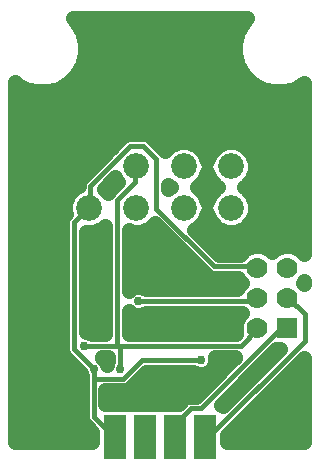
<source format=gbl>
G75*
%MOIN*%
%OFA0B0*%
%FSLAX25Y25*%
%IPPOS*%
%LPD*%
%AMOC8*
5,1,8,0,0,1.08239X$1,22.5*
%
%ADD10R,0.07600X0.15000*%
%ADD11C,0.08600*%
%ADD12R,0.07000X0.07000*%
%ADD13C,0.07000*%
%ADD14C,0.01600*%
%ADD15C,0.02978*%
%ADD16C,0.05000*%
D10*
X0043500Y0012000D03*
X0053500Y0012000D03*
X0063500Y0012000D03*
X0073500Y0012000D03*
D11*
X0066496Y0088500D03*
X0066496Y0102280D03*
X0050748Y0102280D03*
X0050748Y0088500D03*
X0035000Y0088500D03*
X0082244Y0088500D03*
X0082244Y0102280D03*
D12*
X0101000Y0048500D03*
D13*
X0101000Y0058500D03*
X0101000Y0068500D03*
X0091000Y0068500D03*
X0091000Y0058500D03*
X0091000Y0048500D03*
D14*
X0090950Y0048050D01*
X0085450Y0042550D01*
X0045300Y0042550D01*
X0045300Y0034850D01*
X0046400Y0031550D02*
X0036500Y0031550D01*
X0036500Y0034850D01*
X0029900Y0041450D01*
X0029900Y0083800D01*
X0034300Y0088200D01*
X0035000Y0088500D01*
X0035400Y0088750D01*
X0035400Y0095900D01*
X0048600Y0109100D01*
X0053000Y0109100D01*
X0057400Y0104700D01*
X0057400Y0088200D01*
X0076650Y0068950D01*
X0090950Y0068950D01*
X0091000Y0068500D01*
X0090950Y0058500D02*
X0091000Y0058500D01*
X0090950Y0058500D02*
X0089850Y0057400D01*
X0051350Y0057400D01*
X0045300Y0042550D02*
X0044200Y0042550D01*
X0044200Y0090950D01*
X0050250Y0097000D01*
X0050250Y0101950D01*
X0050748Y0102280D01*
X0044200Y0042550D02*
X0033200Y0042550D01*
X0036500Y0031550D02*
X0036500Y0018900D01*
X0043100Y0012300D01*
X0043500Y0012000D01*
X0046400Y0031550D02*
X0052450Y0037600D01*
X0072250Y0037600D01*
X0072250Y0021650D02*
X0068950Y0021650D01*
X0064000Y0016700D01*
X0064000Y0012300D01*
X0063500Y0012000D01*
X0072250Y0021650D02*
X0098650Y0048050D01*
X0100850Y0048050D01*
X0101000Y0048500D01*
X0106900Y0044200D02*
X0106900Y0053000D01*
X0101400Y0058500D01*
X0101000Y0058500D01*
X0106900Y0044200D02*
X0075000Y0012300D01*
X0073900Y0012300D01*
X0073500Y0012000D01*
D15*
X0072250Y0037600D03*
X0051350Y0057400D03*
X0045300Y0034850D03*
X0036500Y0034850D03*
X0033200Y0042550D03*
D16*
X0010300Y0010300D02*
X0010300Y0130274D01*
X0010426Y0130148D01*
X0013704Y0128255D01*
X0017360Y0127276D01*
X0021144Y0127276D01*
X0024800Y0128255D01*
X0028078Y0130148D01*
X0030754Y0132824D01*
X0032646Y0136101D01*
X0033626Y0139757D01*
X0033626Y0143542D01*
X0032646Y0147198D01*
X0030754Y0150475D01*
X0029529Y0151700D01*
X0087715Y0151700D01*
X0086490Y0150475D01*
X0084598Y0147198D01*
X0083618Y0143542D01*
X0083618Y0139757D01*
X0084598Y0136101D01*
X0086490Y0132824D01*
X0089166Y0130148D01*
X0092444Y0128255D01*
X0096100Y0127276D01*
X0099884Y0127276D01*
X0103540Y0128255D01*
X0106700Y0130079D01*
X0106700Y0072982D01*
X0105078Y0074604D01*
X0102432Y0075700D01*
X0099568Y0075700D01*
X0096922Y0074604D01*
X0096000Y0073682D01*
X0095078Y0074604D01*
X0092432Y0075700D01*
X0089568Y0075700D01*
X0086922Y0074604D01*
X0085168Y0072850D01*
X0078265Y0072850D01*
X0069875Y0081240D01*
X0071028Y0081718D01*
X0073278Y0083968D01*
X0074370Y0086605D01*
X0075462Y0083968D01*
X0077712Y0081718D01*
X0080653Y0080500D01*
X0083835Y0080500D01*
X0086776Y0081718D01*
X0089026Y0083968D01*
X0090244Y0086909D01*
X0090244Y0090091D01*
X0089026Y0093032D01*
X0086776Y0095282D01*
X0086516Y0095390D01*
X0086776Y0095497D01*
X0089026Y0097748D01*
X0090244Y0100688D01*
X0090244Y0103871D01*
X0089026Y0106811D01*
X0086776Y0109062D01*
X0083835Y0110280D01*
X0080653Y0110280D01*
X0077712Y0109062D01*
X0075462Y0106811D01*
X0074370Y0104175D01*
X0073278Y0106811D01*
X0071028Y0109062D01*
X0068087Y0110280D01*
X0064905Y0110280D01*
X0061964Y0109062D01*
X0060259Y0107356D01*
X0056306Y0111309D01*
X0055209Y0112406D01*
X0053776Y0113000D01*
X0047824Y0113000D01*
X0046391Y0112406D01*
X0033191Y0099206D01*
X0032094Y0098109D01*
X0031500Y0096676D01*
X0031500Y0095709D01*
X0030468Y0095282D01*
X0028218Y0093032D01*
X0027000Y0090091D01*
X0027000Y0086909D01*
X0027144Y0086560D01*
X0026594Y0086009D01*
X0026000Y0084576D01*
X0026000Y0040674D01*
X0026594Y0039241D01*
X0027691Y0038144D01*
X0031921Y0033914D01*
X0032600Y0032274D01*
X0032600Y0030774D01*
X0032600Y0018124D01*
X0033194Y0016691D01*
X0034291Y0015594D01*
X0036000Y0013885D01*
X0036000Y0010300D01*
X0010300Y0010300D01*
X0010300Y0013497D02*
X0036000Y0013497D01*
X0034291Y0015594D02*
X0034291Y0015594D01*
X0032600Y0018496D02*
X0010300Y0018496D01*
X0010300Y0023494D02*
X0032600Y0023494D01*
X0032600Y0028493D02*
X0010300Y0028493D01*
X0010300Y0033491D02*
X0032096Y0033491D01*
X0027345Y0038490D02*
X0010300Y0038490D01*
X0010300Y0043488D02*
X0026000Y0043488D01*
X0026000Y0048487D02*
X0010300Y0048487D01*
X0010300Y0053485D02*
X0026000Y0053485D01*
X0026000Y0058484D02*
X0010300Y0058484D01*
X0010300Y0063482D02*
X0026000Y0063482D01*
X0026000Y0068481D02*
X0010300Y0068481D01*
X0010300Y0073479D02*
X0026000Y0073479D01*
X0026000Y0078478D02*
X0010300Y0078478D01*
X0010300Y0083476D02*
X0026000Y0083476D01*
X0027000Y0088475D02*
X0010300Y0088475D01*
X0010300Y0093473D02*
X0028659Y0093473D01*
X0032456Y0098472D02*
X0010300Y0098472D01*
X0010300Y0103470D02*
X0037455Y0103470D01*
X0042453Y0108469D02*
X0010300Y0108469D01*
X0010300Y0113467D02*
X0106700Y0113467D01*
X0106700Y0118466D02*
X0010300Y0118466D01*
X0010300Y0123464D02*
X0106700Y0123464D01*
X0106700Y0128463D02*
X0103900Y0128463D01*
X0092084Y0128463D02*
X0025160Y0128463D01*
X0031122Y0133461D02*
X0086122Y0133461D01*
X0083966Y0138460D02*
X0033278Y0138460D01*
X0033626Y0143458D02*
X0083618Y0143458D01*
X0085325Y0148457D02*
X0031919Y0148457D01*
X0013344Y0128463D02*
X0010300Y0128463D01*
X0043614Y0098598D02*
X0039915Y0094899D01*
X0041274Y0093540D01*
X0041991Y0094256D01*
X0044724Y0096990D01*
X0043966Y0097748D01*
X0043614Y0098598D01*
X0043666Y0098472D02*
X0043487Y0098472D01*
X0040300Y0082486D02*
X0039532Y0081718D01*
X0036591Y0080500D01*
X0033800Y0080500D01*
X0033800Y0047139D01*
X0034113Y0047139D01*
X0035776Y0046450D01*
X0040300Y0046450D01*
X0040300Y0082486D01*
X0040300Y0078478D02*
X0033800Y0078478D01*
X0033800Y0073479D02*
X0040300Y0073479D01*
X0040300Y0068481D02*
X0033800Y0068481D01*
X0033800Y0063482D02*
X0040300Y0063482D01*
X0040300Y0058484D02*
X0033800Y0058484D01*
X0033800Y0053485D02*
X0040300Y0053485D01*
X0040300Y0048487D02*
X0033800Y0048487D01*
X0039190Y0038650D02*
X0041400Y0038650D01*
X0041400Y0037426D01*
X0040900Y0036219D01*
X0040390Y0037449D01*
X0039190Y0038650D01*
X0039350Y0038490D02*
X0041400Y0038490D01*
X0048100Y0046450D02*
X0048100Y0054160D01*
X0048751Y0053510D01*
X0050437Y0052811D01*
X0052263Y0052811D01*
X0053926Y0053500D01*
X0085818Y0053500D01*
X0084896Y0052578D01*
X0083800Y0049932D01*
X0083800Y0047068D01*
X0083991Y0046607D01*
X0083835Y0046450D01*
X0048100Y0046450D01*
X0048100Y0048487D02*
X0083800Y0048487D01*
X0085803Y0053485D02*
X0053890Y0053485D01*
X0053926Y0061300D02*
X0052263Y0061989D01*
X0050437Y0061989D01*
X0048751Y0061290D01*
X0048100Y0060640D01*
X0048100Y0080938D01*
X0049157Y0080500D01*
X0052339Y0080500D01*
X0055280Y0081718D01*
X0056823Y0083261D01*
X0074441Y0065644D01*
X0075874Y0065050D01*
X0077426Y0065050D01*
X0084636Y0065050D01*
X0084896Y0064422D01*
X0085818Y0063500D01*
X0084896Y0062578D01*
X0084367Y0061300D01*
X0053926Y0061300D01*
X0048100Y0063482D02*
X0085800Y0063482D01*
X0085797Y0073479D02*
X0077636Y0073479D01*
X0072638Y0078478D02*
X0106700Y0078478D01*
X0106700Y0083476D02*
X0088534Y0083476D01*
X0090244Y0088475D02*
X0106700Y0088475D01*
X0106700Y0093473D02*
X0088585Y0093473D01*
X0089326Y0098472D02*
X0106700Y0098472D01*
X0106700Y0103470D02*
X0090244Y0103470D01*
X0087369Y0108469D02*
X0106700Y0108469D01*
X0106700Y0073479D02*
X0106203Y0073479D01*
X0106700Y0064018D02*
X0106182Y0063500D01*
X0106700Y0062982D01*
X0106700Y0064018D01*
X0106700Y0063482D02*
X0106200Y0063482D01*
X0098485Y0041300D02*
X0097415Y0041300D01*
X0078941Y0022825D01*
X0079396Y0022637D01*
X0079609Y0022424D01*
X0098485Y0041300D01*
X0095674Y0038490D02*
X0094605Y0038490D01*
X0090676Y0033491D02*
X0089606Y0033491D01*
X0085677Y0028493D02*
X0084608Y0028493D01*
X0080679Y0023494D02*
X0079609Y0023494D01*
X0073577Y0028493D02*
X0048858Y0028493D01*
X0048609Y0028244D02*
X0049706Y0029341D01*
X0054065Y0033700D01*
X0069674Y0033700D01*
X0071337Y0033011D01*
X0073163Y0033011D01*
X0074849Y0033710D01*
X0076140Y0035001D01*
X0076839Y0036687D01*
X0076839Y0038513D01*
X0076782Y0038650D01*
X0083735Y0038650D01*
X0070635Y0025550D01*
X0068174Y0025550D01*
X0066741Y0024956D01*
X0064985Y0023200D01*
X0058964Y0023200D01*
X0058500Y0023008D01*
X0058036Y0023200D01*
X0048964Y0023200D01*
X0048500Y0023008D01*
X0048036Y0023200D01*
X0040400Y0023200D01*
X0040400Y0027650D01*
X0047176Y0027650D01*
X0048609Y0028244D01*
X0053856Y0033491D02*
X0070178Y0033491D01*
X0074322Y0033491D02*
X0078576Y0033491D01*
X0076839Y0038490D02*
X0083574Y0038490D01*
X0091709Y0023494D02*
X0106700Y0023494D01*
X0106700Y0018496D02*
X0086711Y0018496D01*
X0081712Y0013497D02*
X0106700Y0013497D01*
X0106700Y0010300D02*
X0106700Y0038485D01*
X0081000Y0012785D01*
X0081000Y0010300D01*
X0106700Y0010300D01*
X0106700Y0028493D02*
X0096708Y0028493D01*
X0101706Y0033491D02*
X0106700Y0033491D01*
X0071604Y0068481D02*
X0048100Y0068481D01*
X0048100Y0073479D02*
X0066605Y0073479D01*
X0061607Y0078478D02*
X0048100Y0078478D01*
X0061300Y0094618D02*
X0061300Y0096162D01*
X0061964Y0095497D01*
X0062224Y0095390D01*
X0061964Y0095282D01*
X0061300Y0094618D01*
X0070768Y0095390D02*
X0071028Y0095497D01*
X0073278Y0097748D01*
X0074370Y0100384D01*
X0075462Y0097748D01*
X0077712Y0095497D01*
X0077972Y0095390D01*
X0077712Y0095282D01*
X0075462Y0093032D01*
X0074370Y0090395D01*
X0073278Y0093032D01*
X0071028Y0095282D01*
X0070768Y0095390D01*
X0072837Y0093473D02*
X0075904Y0093473D01*
X0075162Y0098472D02*
X0073578Y0098472D01*
X0071621Y0108469D02*
X0077120Y0108469D01*
X0061372Y0108469D02*
X0059147Y0108469D01*
X0072786Y0083476D02*
X0075954Y0083476D01*
X0048810Y0053485D02*
X0048100Y0053485D01*
X0040400Y0023494D02*
X0065279Y0023494D01*
M02*

</source>
